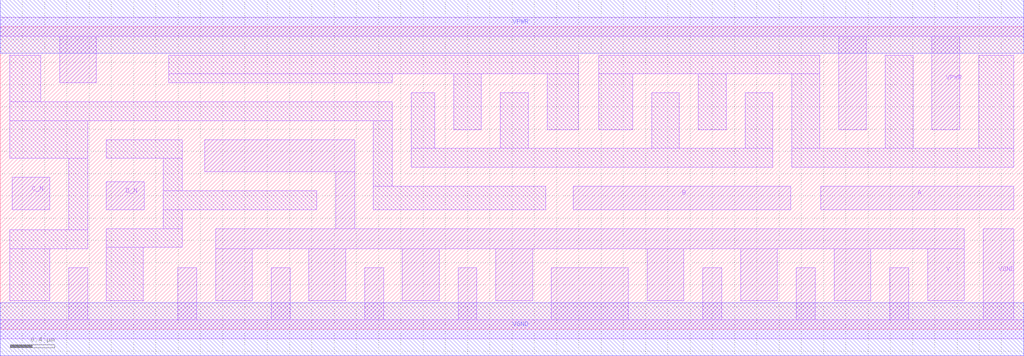
<source format=lef>
# Copyright 2020 The SkyWater PDK Authors
#
# Licensed under the Apache License, Version 2.0 (the "License");
# you may not use this file except in compliance with the License.
# You may obtain a copy of the License at
#
#     https://www.apache.org/licenses/LICENSE-2.0
#
# Unless required by applicable law or agreed to in writing, software
# distributed under the License is distributed on an "AS IS" BASIS,
# WITHOUT WARRANTIES OR CONDITIONS OF ANY KIND, either express or implied.
# See the License for the specific language governing permissions and
# limitations under the License.
#
# SPDX-License-Identifier: Apache-2.0

VERSION 5.5 ;
NAMESCASESENSITIVE ON ;
BUSBITCHARS "[]" ;
DIVIDERCHAR "/" ;
MACRO sky130_fd_sc_hd__nor4bb_4
  CLASS CORE ;
  SOURCE USER ;
  ORIGIN  0.000000  0.000000 ;
  SIZE  9.200000 BY  2.720000 ;
  SYMMETRY X Y R90 ;
  SITE unithd ;
  PIN A
    ANTENNAGATEAREA  0.990000 ;
    DIRECTION INPUT ;
    USE SIGNAL ;
    PORT
      LAYER li1 ;
        RECT 7.375000 1.075000 9.110000 1.285000 ;
    END
  END A
  PIN B
    ANTENNAGATEAREA  0.990000 ;
    DIRECTION INPUT ;
    USE SIGNAL ;
    PORT
      LAYER li1 ;
        RECT 5.150000 1.075000 7.105000 1.285000 ;
    END
  END B
  PIN C_N
    ANTENNAGATEAREA  0.247500 ;
    DIRECTION INPUT ;
    USE SIGNAL ;
    PORT
      LAYER li1 ;
        RECT 0.110000 1.075000 0.445000 1.365000 ;
    END
  END C_N
  PIN D_N
    ANTENNAGATEAREA  0.247500 ;
    DIRECTION INPUT ;
    USE SIGNAL ;
    PORT
      LAYER li1 ;
        RECT 0.955000 1.075000 1.295000 1.325000 ;
    END
  END D_N
  PIN Y
    ANTENNADIFFAREA  1.944000 ;
    DIRECTION OUTPUT ;
    USE SIGNAL ;
    PORT
      LAYER li1 ;
        RECT 1.840000 1.415000 3.185000 1.705000 ;
        RECT 1.935000 0.255000 2.265000 0.725000 ;
        RECT 1.935000 0.725000 8.665000 0.905000 ;
        RECT 2.775000 0.255000 3.105000 0.725000 ;
        RECT 3.015000 0.905000 3.185000 1.415000 ;
        RECT 3.615000 0.255000 3.945000 0.725000 ;
        RECT 4.455000 0.255000 4.785000 0.725000 ;
        RECT 5.815000 0.255000 6.145000 0.725000 ;
        RECT 6.655000 0.255000 6.985000 0.725000 ;
        RECT 7.495000 0.255000 7.825000 0.725000 ;
        RECT 8.335000 0.255000 8.665000 0.725000 ;
    END
  END Y
  PIN VGND
    DIRECTION INOUT ;
    SHAPE ABUTMENT ;
    USE GROUND ;
    PORT
      LAYER li1 ;
        RECT 0.000000 -0.085000 9.200000 0.085000 ;
        RECT 0.615000  0.085000 0.785000 0.555000 ;
        RECT 1.595000  0.085000 1.765000 0.555000 ;
        RECT 2.435000  0.085000 2.605000 0.555000 ;
        RECT 3.275000  0.085000 3.445000 0.555000 ;
        RECT 4.115000  0.085000 4.285000 0.555000 ;
        RECT 4.955000  0.085000 5.645000 0.555000 ;
        RECT 6.315000  0.085000 6.485000 0.555000 ;
        RECT 7.155000  0.085000 7.325000 0.555000 ;
        RECT 7.995000  0.085000 8.165000 0.555000 ;
        RECT 8.835000  0.085000 9.110000 0.905000 ;
    END
    PORT
      LAYER met1 ;
        RECT 0.000000 -0.240000 9.200000 0.240000 ;
    END
  END VGND
  PIN VPWR
    DIRECTION INOUT ;
    SHAPE ABUTMENT ;
    USE POWER ;
    PORT
      LAYER li1 ;
        RECT 0.000000 2.635000 9.200000 2.805000 ;
        RECT 0.535000 2.215000 0.865000 2.635000 ;
        RECT 7.535000 1.795000 7.785000 2.635000 ;
        RECT 8.375000 1.795000 8.625000 2.635000 ;
    END
    PORT
      LAYER met1 ;
        RECT 0.000000 2.480000 9.200000 2.960000 ;
    END
  END VPWR
  OBS
    LAYER li1 ;
      RECT 0.085000 0.255000 0.445000 0.725000 ;
      RECT 0.085000 0.725000 0.785000 0.895000 ;
      RECT 0.085000 1.535000 0.785000 1.875000 ;
      RECT 0.085000 1.875000 3.525000 2.045000 ;
      RECT 0.085000 2.045000 0.365000 2.465000 ;
      RECT 0.615000 0.895000 0.785000 1.535000 ;
      RECT 0.955000 0.255000 1.285000 0.735000 ;
      RECT 0.955000 0.735000 1.635000 0.905000 ;
      RECT 0.955000 1.535000 1.635000 1.705000 ;
      RECT 1.465000 0.905000 1.635000 1.075000 ;
      RECT 1.465000 1.075000 2.845000 1.245000 ;
      RECT 1.465000 1.245000 1.635000 1.535000 ;
      RECT 1.515000 2.215000 3.525000 2.295000 ;
      RECT 1.515000 2.295000 5.195000 2.465000 ;
      RECT 3.355000 1.075000 4.905000 1.285000 ;
      RECT 3.355000 1.285000 3.525000 1.875000 ;
      RECT 3.695000 1.455000 6.945000 1.625000 ;
      RECT 3.695000 1.625000 3.905000 2.125000 ;
      RECT 4.075000 1.795000 4.325000 2.295000 ;
      RECT 4.495000 1.625000 4.745000 2.125000 ;
      RECT 4.915000 1.795000 5.195000 2.295000 ;
      RECT 5.380000 1.795000 5.685000 2.295000 ;
      RECT 5.380000 2.295000 7.365000 2.465000 ;
      RECT 5.855000 1.625000 6.105000 2.125000 ;
      RECT 6.275000 1.795000 6.525000 2.295000 ;
      RECT 6.695000 1.625000 6.945000 2.125000 ;
      RECT 7.115000 1.455000 9.110000 1.625000 ;
      RECT 7.115000 1.625000 7.365000 2.295000 ;
      RECT 7.955000 1.625000 8.205000 2.465000 ;
      RECT 8.795000 1.625000 9.110000 2.465000 ;
  END
END sky130_fd_sc_hd__nor4bb_4

</source>
